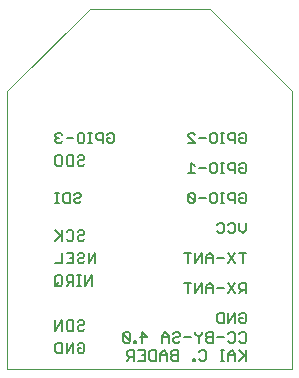
<source format=gbo>
G75*
%MOIN*%
%OFA0B0*%
%FSLAX25Y25*%
%IPPOS*%
%LPD*%
%AMOC8*
5,1,8,0,0,1.08239X$1,22.5*
%
%ADD10C,0.00000*%
%ADD11C,0.00600*%
D10*
X0001800Y0001800D02*
X0001800Y0094300D01*
X0029300Y0121800D01*
X0069300Y0121800D01*
X0096800Y0094300D01*
X0096800Y0001800D01*
X0001800Y0001800D01*
D11*
X0017915Y0007667D02*
X0018482Y0007100D01*
X0020183Y0007100D01*
X0020183Y0010503D01*
X0018482Y0010503D01*
X0017915Y0009936D01*
X0017915Y0007667D01*
X0021598Y0007100D02*
X0021598Y0010503D01*
X0023866Y0010503D02*
X0021598Y0007100D01*
X0023866Y0007100D02*
X0023866Y0010503D01*
X0025281Y0009936D02*
X0025848Y0010503D01*
X0026982Y0010503D01*
X0027549Y0009936D01*
X0027549Y0007667D01*
X0026982Y0007100D01*
X0025848Y0007100D01*
X0025281Y0007667D01*
X0025281Y0008801D01*
X0026415Y0008801D01*
X0025848Y0014600D02*
X0026982Y0014600D01*
X0027549Y0015167D01*
X0026982Y0016301D02*
X0025848Y0016301D01*
X0025281Y0015734D01*
X0025281Y0015167D01*
X0025848Y0014600D01*
X0023866Y0014600D02*
X0022165Y0014600D01*
X0021598Y0015167D01*
X0021598Y0017436D01*
X0022165Y0018003D01*
X0023866Y0018003D01*
X0023866Y0014600D01*
X0025281Y0017436D02*
X0025848Y0018003D01*
X0026982Y0018003D01*
X0027549Y0017436D01*
X0027549Y0016869D01*
X0026982Y0016301D01*
X0020183Y0014600D02*
X0020183Y0018003D01*
X0017915Y0014600D01*
X0017915Y0018003D01*
X0017915Y0029600D02*
X0019049Y0030734D01*
X0018482Y0029600D02*
X0019616Y0029600D01*
X0020183Y0030167D01*
X0020183Y0032436D01*
X0019616Y0033003D01*
X0018482Y0033003D01*
X0017915Y0032436D01*
X0017915Y0030167D01*
X0018482Y0029600D01*
X0021598Y0029600D02*
X0022732Y0030734D01*
X0022165Y0030734D02*
X0023866Y0030734D01*
X0023866Y0029600D02*
X0023866Y0033003D01*
X0022165Y0033003D01*
X0021598Y0032436D01*
X0021598Y0031301D01*
X0022165Y0030734D01*
X0025187Y0029600D02*
X0026322Y0029600D01*
X0025755Y0029600D02*
X0025755Y0033003D01*
X0026322Y0033003D02*
X0025187Y0033003D01*
X0027736Y0033003D02*
X0027736Y0029600D01*
X0030005Y0033003D01*
X0030005Y0029600D01*
X0028964Y0037100D02*
X0028964Y0040503D01*
X0027549Y0039936D02*
X0027549Y0039369D01*
X0026982Y0038801D01*
X0025848Y0038801D01*
X0025281Y0038234D01*
X0025281Y0037667D01*
X0025848Y0037100D01*
X0026982Y0037100D01*
X0027549Y0037667D01*
X0028964Y0037100D02*
X0031233Y0040503D01*
X0031233Y0037100D01*
X0027549Y0039936D02*
X0026982Y0040503D01*
X0025848Y0040503D01*
X0025281Y0039936D01*
X0023866Y0040503D02*
X0023866Y0037100D01*
X0021598Y0037100D01*
X0020183Y0037100D02*
X0017915Y0037100D01*
X0020183Y0037100D02*
X0020183Y0040503D01*
X0021598Y0040503D02*
X0023866Y0040503D01*
X0023866Y0038801D02*
X0022732Y0038801D01*
X0022165Y0044600D02*
X0021598Y0045167D01*
X0022165Y0044600D02*
X0023299Y0044600D01*
X0023866Y0045167D01*
X0023866Y0047436D01*
X0023299Y0048003D01*
X0022165Y0048003D01*
X0021598Y0047436D01*
X0020183Y0048003D02*
X0020183Y0044600D01*
X0020183Y0045734D02*
X0017915Y0048003D01*
X0019616Y0046301D02*
X0017915Y0044600D01*
X0025281Y0045167D02*
X0025848Y0044600D01*
X0026982Y0044600D01*
X0027549Y0045167D01*
X0026982Y0046301D02*
X0025848Y0046301D01*
X0025281Y0045734D01*
X0025281Y0045167D01*
X0026982Y0046301D02*
X0027549Y0046869D01*
X0027549Y0047436D01*
X0026982Y0048003D01*
X0025848Y0048003D01*
X0025281Y0047436D01*
X0025755Y0057100D02*
X0024620Y0057100D01*
X0024053Y0057667D01*
X0024053Y0058234D01*
X0024620Y0058801D01*
X0025755Y0058801D01*
X0026322Y0059369D01*
X0026322Y0059936D01*
X0025755Y0060503D01*
X0024620Y0060503D01*
X0024053Y0059936D01*
X0022639Y0060503D02*
X0022639Y0057100D01*
X0020937Y0057100D01*
X0020370Y0057667D01*
X0020370Y0059936D01*
X0020937Y0060503D01*
X0022639Y0060503D01*
X0018955Y0060503D02*
X0017821Y0060503D01*
X0018388Y0060503D02*
X0018388Y0057100D01*
X0018955Y0057100D02*
X0017821Y0057100D01*
X0025755Y0057100D02*
X0026322Y0057667D01*
X0025848Y0069600D02*
X0025281Y0070167D01*
X0025281Y0070734D01*
X0025848Y0071301D01*
X0026982Y0071301D01*
X0027549Y0071869D01*
X0027549Y0072436D01*
X0026982Y0073003D01*
X0025848Y0073003D01*
X0025281Y0072436D01*
X0023866Y0073003D02*
X0022165Y0073003D01*
X0021598Y0072436D01*
X0021598Y0070167D01*
X0022165Y0069600D01*
X0023866Y0069600D01*
X0023866Y0073003D01*
X0025848Y0069600D02*
X0026982Y0069600D01*
X0027549Y0070167D01*
X0026982Y0077100D02*
X0025848Y0077100D01*
X0025281Y0077667D01*
X0025281Y0079936D01*
X0025848Y0080503D01*
X0026982Y0080503D01*
X0027549Y0079936D01*
X0027549Y0077667D01*
X0026982Y0077100D01*
X0028871Y0077100D02*
X0030005Y0077100D01*
X0029438Y0077100D02*
X0029438Y0080503D01*
X0030005Y0080503D02*
X0028871Y0080503D01*
X0031419Y0079936D02*
X0031419Y0078801D01*
X0031987Y0078234D01*
X0033688Y0078234D01*
X0033688Y0077100D02*
X0033688Y0080503D01*
X0031987Y0080503D01*
X0031419Y0079936D01*
X0035103Y0079936D02*
X0035670Y0080503D01*
X0036804Y0080503D01*
X0037371Y0079936D01*
X0037371Y0077667D01*
X0036804Y0077100D01*
X0035670Y0077100D01*
X0035103Y0077667D01*
X0035103Y0078801D01*
X0036237Y0078801D01*
X0023866Y0078801D02*
X0021598Y0078801D01*
X0020183Y0077667D02*
X0019616Y0077100D01*
X0018482Y0077100D01*
X0017915Y0077667D01*
X0017915Y0078234D01*
X0018482Y0078801D01*
X0019049Y0078801D01*
X0018482Y0078801D02*
X0017915Y0079369D01*
X0017915Y0079936D01*
X0018482Y0080503D01*
X0019616Y0080503D01*
X0020183Y0079936D01*
X0019616Y0073003D02*
X0018482Y0073003D01*
X0017915Y0072436D01*
X0017915Y0070167D01*
X0018482Y0069600D01*
X0019616Y0069600D01*
X0020183Y0070167D01*
X0020183Y0072436D01*
X0019616Y0073003D01*
X0060816Y0040503D02*
X0063084Y0040503D01*
X0061950Y0040503D02*
X0061950Y0037100D01*
X0064499Y0037100D02*
X0064499Y0040503D01*
X0066767Y0040503D02*
X0064499Y0037100D01*
X0066767Y0037100D02*
X0066767Y0040503D01*
X0068182Y0039369D02*
X0068182Y0037100D01*
X0068182Y0038801D02*
X0070451Y0038801D01*
X0070451Y0039369D02*
X0069316Y0040503D01*
X0068182Y0039369D01*
X0070451Y0039369D02*
X0070451Y0037100D01*
X0071865Y0038801D02*
X0074134Y0038801D01*
X0075548Y0037100D02*
X0077817Y0040503D01*
X0079231Y0040503D02*
X0081500Y0040503D01*
X0080366Y0040503D02*
X0080366Y0037100D01*
X0077817Y0037100D02*
X0075548Y0040503D01*
X0076115Y0047100D02*
X0075548Y0047667D01*
X0076115Y0047100D02*
X0077250Y0047100D01*
X0077817Y0047667D01*
X0077817Y0049936D01*
X0077250Y0050503D01*
X0076115Y0050503D01*
X0075548Y0049936D01*
X0074134Y0049936D02*
X0074134Y0047667D01*
X0073567Y0047100D01*
X0072432Y0047100D01*
X0071865Y0047667D01*
X0071865Y0049936D02*
X0072432Y0050503D01*
X0073567Y0050503D01*
X0074134Y0049936D01*
X0079231Y0050503D02*
X0079231Y0048234D01*
X0080366Y0047100D01*
X0081500Y0048234D01*
X0081500Y0050503D01*
X0080933Y0057100D02*
X0079799Y0057100D01*
X0079231Y0057667D01*
X0079231Y0058801D01*
X0080366Y0058801D01*
X0081500Y0057667D02*
X0080933Y0057100D01*
X0081500Y0057667D02*
X0081500Y0059936D01*
X0080933Y0060503D01*
X0079799Y0060503D01*
X0079231Y0059936D01*
X0077817Y0060503D02*
X0077817Y0057100D01*
X0077817Y0058234D02*
X0076115Y0058234D01*
X0075548Y0058801D01*
X0075548Y0059936D01*
X0076115Y0060503D01*
X0077817Y0060503D01*
X0074134Y0060503D02*
X0072999Y0060503D01*
X0073567Y0060503D02*
X0073567Y0057100D01*
X0074134Y0057100D02*
X0072999Y0057100D01*
X0071678Y0057667D02*
X0071678Y0059936D01*
X0071111Y0060503D01*
X0069977Y0060503D01*
X0069410Y0059936D01*
X0069410Y0057667D01*
X0069977Y0057100D01*
X0071111Y0057100D01*
X0071678Y0057667D01*
X0067995Y0058801D02*
X0065727Y0058801D01*
X0064312Y0057667D02*
X0062043Y0059936D01*
X0062043Y0057667D01*
X0062611Y0057100D01*
X0063745Y0057100D01*
X0064312Y0057667D01*
X0064312Y0059936D01*
X0063745Y0060503D01*
X0062611Y0060503D01*
X0062043Y0059936D01*
X0062043Y0067100D02*
X0064312Y0067100D01*
X0063178Y0067100D02*
X0063178Y0070503D01*
X0064312Y0069369D01*
X0065727Y0068801D02*
X0067995Y0068801D01*
X0069410Y0067667D02*
X0069410Y0069936D01*
X0069977Y0070503D01*
X0071111Y0070503D01*
X0071678Y0069936D01*
X0071678Y0067667D01*
X0071111Y0067100D01*
X0069977Y0067100D01*
X0069410Y0067667D01*
X0072999Y0067100D02*
X0074134Y0067100D01*
X0073567Y0067100D02*
X0073567Y0070503D01*
X0074134Y0070503D02*
X0072999Y0070503D01*
X0075548Y0069936D02*
X0075548Y0068801D01*
X0076115Y0068234D01*
X0077817Y0068234D01*
X0077817Y0067100D02*
X0077817Y0070503D01*
X0076115Y0070503D01*
X0075548Y0069936D01*
X0079231Y0069936D02*
X0079799Y0070503D01*
X0080933Y0070503D01*
X0081500Y0069936D01*
X0081500Y0067667D01*
X0080933Y0067100D01*
X0079799Y0067100D01*
X0079231Y0067667D01*
X0079231Y0068801D01*
X0080366Y0068801D01*
X0080933Y0077100D02*
X0079799Y0077100D01*
X0079231Y0077667D01*
X0079231Y0078801D01*
X0080366Y0078801D01*
X0081500Y0077667D02*
X0080933Y0077100D01*
X0081500Y0077667D02*
X0081500Y0079936D01*
X0080933Y0080503D01*
X0079799Y0080503D01*
X0079231Y0079936D01*
X0077817Y0080503D02*
X0077817Y0077100D01*
X0077817Y0078234D02*
X0076115Y0078234D01*
X0075548Y0078801D01*
X0075548Y0079936D01*
X0076115Y0080503D01*
X0077817Y0080503D01*
X0074134Y0080503D02*
X0072999Y0080503D01*
X0073567Y0080503D02*
X0073567Y0077100D01*
X0074134Y0077100D02*
X0072999Y0077100D01*
X0071678Y0077667D02*
X0071678Y0079936D01*
X0071111Y0080503D01*
X0069977Y0080503D01*
X0069410Y0079936D01*
X0069410Y0077667D01*
X0069977Y0077100D01*
X0071111Y0077100D01*
X0071678Y0077667D01*
X0067995Y0078801D02*
X0065727Y0078801D01*
X0064312Y0079936D02*
X0063745Y0080503D01*
X0062611Y0080503D01*
X0062043Y0079936D01*
X0062043Y0079369D01*
X0064312Y0077100D01*
X0062043Y0077100D01*
X0061950Y0030503D02*
X0061950Y0027100D01*
X0064499Y0027100D02*
X0064499Y0030503D01*
X0063084Y0030503D02*
X0060816Y0030503D01*
X0064499Y0027100D02*
X0066767Y0030503D01*
X0066767Y0027100D01*
X0068182Y0027100D02*
X0068182Y0029369D01*
X0069316Y0030503D01*
X0070451Y0029369D01*
X0070451Y0027100D01*
X0070451Y0028801D02*
X0068182Y0028801D01*
X0071865Y0028801D02*
X0074134Y0028801D01*
X0075548Y0030503D02*
X0077817Y0027100D01*
X0079231Y0027100D02*
X0080366Y0028234D01*
X0079799Y0028234D02*
X0079231Y0028801D01*
X0079231Y0029936D01*
X0079799Y0030503D01*
X0081500Y0030503D01*
X0081500Y0027100D01*
X0081500Y0028234D02*
X0079799Y0028234D01*
X0077817Y0030503D02*
X0075548Y0027100D01*
X0075548Y0020503D02*
X0075548Y0017100D01*
X0077817Y0020503D01*
X0077817Y0017100D01*
X0079231Y0017667D02*
X0079231Y0018801D01*
X0080366Y0018801D01*
X0081500Y0017667D02*
X0080933Y0017100D01*
X0079799Y0017100D01*
X0079231Y0017667D01*
X0079231Y0019936D02*
X0079799Y0020503D01*
X0080933Y0020503D01*
X0081500Y0019936D01*
X0081500Y0017667D01*
X0080933Y0014003D02*
X0079799Y0014003D01*
X0079231Y0013436D01*
X0079231Y0011167D02*
X0079799Y0010600D01*
X0080933Y0010600D01*
X0081500Y0011167D01*
X0081500Y0013436D01*
X0080933Y0014003D01*
X0077817Y0013436D02*
X0077817Y0011167D01*
X0077250Y0010600D01*
X0076115Y0010600D01*
X0075548Y0011167D01*
X0074134Y0012301D02*
X0071865Y0012301D01*
X0070451Y0012301D02*
X0068749Y0012301D01*
X0068182Y0011734D01*
X0068182Y0011167D01*
X0068749Y0010600D01*
X0070451Y0010600D01*
X0070451Y0014003D01*
X0068749Y0014003D01*
X0068182Y0013436D01*
X0068182Y0012869D01*
X0068749Y0012301D01*
X0066767Y0013436D02*
X0066767Y0014003D01*
X0066767Y0013436D02*
X0065633Y0012301D01*
X0065633Y0010600D01*
X0065633Y0012301D02*
X0064499Y0013436D01*
X0064499Y0014003D01*
X0063084Y0012301D02*
X0060816Y0012301D01*
X0059401Y0012869D02*
X0058834Y0012301D01*
X0057700Y0012301D01*
X0057133Y0011734D01*
X0057133Y0011167D01*
X0057700Y0010600D01*
X0058834Y0010600D01*
X0059401Y0011167D01*
X0059401Y0012869D02*
X0059401Y0013436D01*
X0058834Y0014003D01*
X0057700Y0014003D01*
X0057133Y0013436D01*
X0055718Y0012869D02*
X0054584Y0014003D01*
X0053449Y0012869D01*
X0053449Y0010600D01*
X0053449Y0012301D02*
X0055718Y0012301D01*
X0055718Y0012869D02*
X0055718Y0010600D01*
X0057086Y0008003D02*
X0056519Y0007436D01*
X0056519Y0006869D01*
X0057086Y0006301D01*
X0058787Y0006301D01*
X0058787Y0004600D02*
X0058787Y0008003D01*
X0057086Y0008003D01*
X0057086Y0006301D02*
X0056519Y0005734D01*
X0056519Y0005167D01*
X0057086Y0004600D01*
X0058787Y0004600D01*
X0055104Y0004600D02*
X0055104Y0006869D01*
X0053970Y0008003D01*
X0052836Y0006869D01*
X0052836Y0004600D01*
X0051421Y0004600D02*
X0049720Y0004600D01*
X0049152Y0005167D01*
X0049152Y0007436D01*
X0049720Y0008003D01*
X0051421Y0008003D01*
X0051421Y0004600D01*
X0052836Y0006301D02*
X0055104Y0006301D01*
X0048352Y0012301D02*
X0046083Y0012301D01*
X0046650Y0010600D02*
X0046650Y0014003D01*
X0048352Y0012301D01*
X0047738Y0008003D02*
X0045469Y0008003D01*
X0046604Y0006301D02*
X0047738Y0006301D01*
X0047738Y0004600D02*
X0047738Y0008003D01*
X0047738Y0004600D02*
X0045469Y0004600D01*
X0044055Y0004600D02*
X0044055Y0008003D01*
X0042353Y0008003D01*
X0041786Y0007436D01*
X0041786Y0006301D01*
X0042353Y0005734D01*
X0044055Y0005734D01*
X0042920Y0005734D02*
X0041786Y0004600D01*
X0042260Y0010600D02*
X0041126Y0010600D01*
X0040558Y0011167D01*
X0040558Y0013436D01*
X0042827Y0011167D01*
X0042260Y0010600D01*
X0042827Y0011167D02*
X0042827Y0013436D01*
X0042260Y0014003D01*
X0041126Y0014003D01*
X0040558Y0013436D01*
X0044101Y0011167D02*
X0044101Y0010600D01*
X0044669Y0010600D01*
X0044669Y0011167D01*
X0044101Y0011167D01*
X0063745Y0005167D02*
X0063745Y0004600D01*
X0064312Y0004600D01*
X0064312Y0005167D01*
X0063745Y0005167D01*
X0065727Y0005167D02*
X0066294Y0004600D01*
X0067428Y0004600D01*
X0067995Y0005167D01*
X0067995Y0007436D01*
X0067428Y0008003D01*
X0066294Y0008003D01*
X0065727Y0007436D01*
X0072432Y0017100D02*
X0071865Y0017667D01*
X0071865Y0019936D01*
X0072432Y0020503D01*
X0074134Y0020503D01*
X0074134Y0017100D01*
X0072432Y0017100D01*
X0075548Y0013436D02*
X0076115Y0014003D01*
X0077250Y0014003D01*
X0077817Y0013436D01*
X0076683Y0008003D02*
X0075548Y0006869D01*
X0075548Y0004600D01*
X0074134Y0004600D02*
X0072999Y0004600D01*
X0073567Y0004600D02*
X0073567Y0008003D01*
X0074134Y0008003D02*
X0072999Y0008003D01*
X0075548Y0006301D02*
X0077817Y0006301D01*
X0077817Y0006869D02*
X0076683Y0008003D01*
X0077817Y0006869D02*
X0077817Y0004600D01*
X0079231Y0004600D02*
X0080933Y0006301D01*
X0081500Y0005734D02*
X0079231Y0008003D01*
X0081500Y0008003D02*
X0081500Y0004600D01*
M02*

</source>
